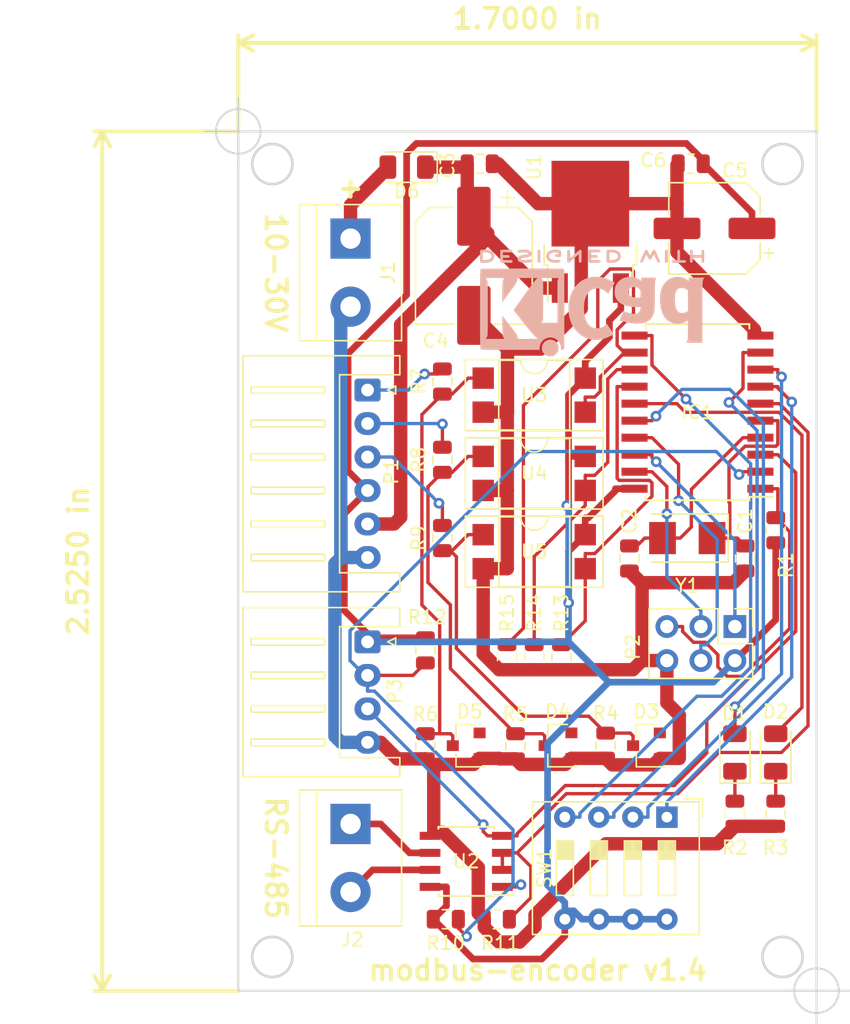
<source format=kicad_pcb>
(kicad_pcb (version 20171130) (host pcbnew 5.1.4+dfsg1-1~bpo10+1)
  (layers (0 F.Cu signal) (31 B.Cu signal) (34 B.Paste user) (35 F.Paste user) (36 B.SilkS user) (37 F.SilkS user) (38 B.Mask user) (39 F.Mask user) (44 Edge.Cuts user))
  (net 0 "")
  (net 1 +24V)
  (net 2 GND)
  (net 3 /PHASEB)
  (net 4 /PHASEZ)
  (net 5 "Net-(P1-Pad3)")
  (net 6 "Net-(P1-Pad2)")
  (net 7 /PHASEA)
  (net 8 "Net-(P1-Pad1)")
  (net 9 /RST)
  (net 10 +5V)
  (net 11 "Net-(D1-Pad1)")
  (net 12 "Net-(D2-Pad1)")
  (net 13 "Net-(C1-Pad1)")
  (net 14 "Net-(C2-Pad1)")
  (net 15 /MISO)
  (net 16 /SCK)
  (net 17 /MOSI)
  (net 18 /RX)
  (net 19 /TX)
  (net 20 /LED1)
  (net 21 /LED2)
  (net 22 "Net-(D6-Pad2)")
  (net 23 "Net-(J2-Pad1)")
  (net 24 "Net-(J2-Pad2)")
  (net 25 /RDE)
  (net 26 /A0)
  (net 27 /A1)
  (net 28 /A2)
  (net 29 /A3)
  (net 30 "Net-(D3-Pad1)")
  (net 31 "Net-(D4-Pad1)")
  (net 32 "Net-(D5-Pad1)")
  (module Capacitor_SMD:CP_Elec_8x10.5 (layer F.Cu) (at 109.03 63.373 270)
    (fp_text reference C4 (at 5.588 2.858) (layer F.SilkS))
    (fp_text value 100uF)
    (pad 2 smd roundrect (at 3.7 0 270) (size 4.4 2.5) (layers F.Cu F.Paste F.Mask) (roundrect_rratio 0.1) (net 2 GND))
    (pad 1 smd roundrect (at -3.7 0 270) (size 4.4 2.5) (layers F.Cu F.Paste F.Mask) (roundrect_rratio 0.1) (net 1 +24V))
  )
  (module Crystal:Crystal_SMD_5032-2Pin_5.0x3.2mm (layer F.Cu) (at 124.968 83.693 180)
    (fp_text reference Y1 (at 0 -3.55) (layer F.SilkS))
    (fp_text value 16MHz)
    (pad 2 smd rect (at 1.85 0 180) (size 2 2.4) (layers F.Cu F.Paste F.Mask) (net 14 "Net-(C2-Pad1)"))
    (pad 1 smd rect (at -1.85 0 180) (size 2 2.4) (layers F.Cu F.Paste F.Mask) (net 13 "Net-(C1-Pad1)"))
  )
  (module Resistor_SMD:R_0805_2012Metric (layer F.Cu) (at 113.538 92.583 270)
    (fp_text reference R14 (at -3.302 0 270) (layer F.SilkS))
    (fp_text value 4K7)
    (pad 2 smd roundrect (at 0.9375 0 270) (size 0.975 1.4) (layers F.Cu F.Paste F.Mask) (net 2 GND))
    (pad 1 smd roundrect (at -0.9375 0 270) (size 0.975 1.4) (layers F.Cu F.Paste F.Mask) (net 3 /PHASEB))
  )
  (module Resistor_SMD:R_0805_2012Metric (layer F.Cu) (at 111.506 92.583 270)
    (fp_text reference R15 (at -3.302 0 270) (layer F.SilkS))
    (fp_text value 4K7)
    (pad 2 smd roundrect (at 0.9375 0 270) (size 0.975 1.4) (layers F.Cu F.Paste F.Mask) (net 2 GND))
    (pad 1 smd roundrect (at -0.9375 0 270) (size 0.975 1.4) (layers F.Cu F.Paste F.Mask) (net 7 /PHASEA))
  )
  (module Resistor_SMD:R_0805_2012Metric (layer F.Cu) (at 115.57 92.583 270)
    (fp_text reference R13 (at -3.302 0 270) (layer F.SilkS))
    (fp_text value 4K7)
    (pad 2 smd roundrect (at 0.9375 0 270) (size 0.975 1.4) (layers F.Cu F.Paste F.Mask) (net 2 GND))
    (pad 1 smd roundrect (at -0.9375 0 270) (size 0.975 1.4) (layers F.Cu F.Paste F.Mask) (net 4 /PHASEZ))
  )
  (module Package_DIP:DIP-4_W7.62mm_SMDSocket_SmallPads (layer F.Cu) (at 113.538 84.709)
    (fp_text reference U5 (at 0 0) (layer F.SilkS))
    (fp_text value PC817)
    (pad 4 smd rect (at 3.81 -1.27) (size 1.6 1.6) (layers F.Cu F.Paste F.Mask) (net 10 +5V))
    (pad 2 smd rect (at -3.81 1.27) (size 1.6 1.6) (layers F.Cu F.Paste F.Mask) (net 2 GND))
    (pad 3 smd rect (at 3.81 1.27) (size 1.6 1.6) (layers F.Cu F.Paste F.Mask) (net 4 /PHASEZ))
    (pad 1 smd rect (at -3.81 -1.27) (size 1.6 1.6) (layers F.Cu F.Paste F.Mask) (net 30 "Net-(D3-Pad1)"))
  )
  (module Package_DIP:DIP-4_W7.62mm_SMDSocket_SmallPads (layer F.Cu) (at 113.538 78.867)
    (fp_text reference U4 (at 0 0) (layer F.SilkS))
    (fp_text value PC817)
    (pad 4 smd rect (at 3.81 -1.27) (size 1.6 1.6) (layers F.Cu F.Paste F.Mask) (net 10 +5V))
    (pad 2 smd rect (at -3.81 1.27) (size 1.6 1.6) (layers F.Cu F.Paste F.Mask) (net 2 GND))
    (pad 3 smd rect (at 3.81 1.27) (size 1.6 1.6) (layers F.Cu F.Paste F.Mask) (net 3 /PHASEB))
    (pad 1 smd rect (at -3.81 -1.27) (size 1.6 1.6) (layers F.Cu F.Paste F.Mask) (net 31 "Net-(D4-Pad1)"))
  )
  (module Package_DIP:DIP-4_W7.62mm_SMDSocket_SmallPads (layer F.Cu) (at 113.538 73.025)
    (fp_text reference U3 (at 0 0) (layer F.SilkS))
    (fp_text value PC817)
    (pad 4 smd rect (at 3.81 -1.27) (size 1.6 1.6) (layers F.Cu F.Paste F.Mask) (net 10 +5V))
    (pad 2 smd rect (at -3.81 1.27) (size 1.6 1.6) (layers F.Cu F.Paste F.Mask) (net 2 GND))
    (pad 3 smd rect (at 3.81 1.27) (size 1.6 1.6) (layers F.Cu F.Paste F.Mask) (net 7 /PHASEA))
    (pad 1 smd rect (at -3.81 -1.27) (size 1.6 1.6) (layers F.Cu F.Paste F.Mask) (net 32 "Net-(D5-Pad1)"))
  )
  (module Capacitor_SMD:CP_Elec_6.3x5.3 (layer F.Cu) (at 127 60.579 180)
    (fp_text reference C5 (at -1.524 4.318) (layer F.SilkS))
    (fp_text value 100uF)
    (pad 2 smd roundrect (at 2.8 0 180) (size 3.5 1.6) (layers F.Cu F.Paste F.Mask) (roundrect_rratio 0.15625) (net 2 GND))
    (pad 1 smd roundrect (at -2.8 0 180) (size 3.5 1.6) (layers F.Cu F.Paste F.Mask) (roundrect_rratio 0.15625) (net 10 +5V))
  )
  (module LED_SMD:LED_1206_3216Metric (layer F.Cu) (at 131.572 99.695 90)
    (fp_text reference D2 (at 3.048 0 180) (layer F.SilkS))
    (fp_text value LED_YEL)
    (pad 2 smd roundrect (at 1.4 0 90) (size 1.25 1.75) (layers F.Cu F.Paste F.Mask) (roundrect_rratio 0.2) (net 20 /LED1))
    (pad 1 smd roundrect (at -1.4 0 90) (size 1.25 1.75) (layers F.Cu F.Paste F.Mask) (roundrect_rratio 0.2) (net 12 "Net-(D2-Pad1)"))
  )
  (module LED_SMD:LED_1206_3216Metric (layer F.Cu) (at 128.524 99.695 90)
    (fp_text reference D1 (at 2.924 0 180) (layer F.SilkS))
    (fp_text value LED_RED)
    (pad 2 smd roundrect (at 1.4 0 90) (size 1.25 1.75) (layers F.Cu F.Paste F.Mask) (roundrect_rratio 0.2) (net 21 /LED2))
    (pad 1 smd roundrect (at -1.4 0 90) (size 1.25 1.75) (layers F.Cu F.Paste F.Mask) (roundrect_rratio 0.2) (net 11 "Net-(D1-Pad1)"))
  )
  (module Diode_SMD:D_SOT-23_ANK (layer F.Cu) (at 108.458 99.187 180)
    (fp_text reference D5 (at -0.254 2.54) (layer F.SilkS))
    (fp_text value BZX84C5 hide)
    (pad 1 smd rect (at 1 0 180) (size 0.9 0.8) (layers F.Cu F.Paste F.Mask) (net 32 "Net-(D5-Pad1)"))
    (pad "" smd rect (at -1 0.95 180) (size 0.9 0.8) (layers F.Cu F.Paste F.Mask))
    (pad 2 smd rect (at -1 -0.95 180) (size 0.9 0.8) (layers F.Cu F.Paste F.Mask) (net 2 GND))
  )
  (module Diode_SMD:D_SOT-23_ANK (layer F.Cu) (at 115.316 99.184 180)
    (fp_text reference D4 (at 0 2.537001) (layer F.SilkS))
    (fp_text value BZX84C5 hide)
    (pad 1 smd rect (at 1 0 180) (size 0.9 0.8) (layers F.Cu F.Paste F.Mask) (net 31 "Net-(D4-Pad1)"))
    (pad "" smd rect (at -1 0.95 180) (size 0.9 0.8) (layers F.Cu F.Paste F.Mask))
    (pad 2 smd rect (at -1 -0.95 180) (size 0.9 0.8) (layers F.Cu F.Paste F.Mask) (net 2 GND))
  )
  (module Diode_SMD:D_SOT-23_ANK (layer F.Cu) (at 121.92 99.187 180)
    (fp_text reference D3 (at 0 2.54) (layer F.SilkS))
    (fp_text value BZX84C5 hide)
    (pad 1 smd rect (at 1 0 180) (size 0.9 0.8) (layers F.Cu F.Paste F.Mask) (net 30 "Net-(D3-Pad1)"))
    (pad "" smd rect (at -1 0.95 180) (size 0.9 0.8) (layers F.Cu F.Paste F.Mask))
    (pad 2 smd rect (at -1 -0.95 180) (size 0.9 0.8) (layers F.Cu F.Paste F.Mask) (net 2 GND))
  )
  (module Resistor_SMD:R_0805_2012Metric (layer F.Cu) (at 105.41 92.075 90)
    (fp_text reference R12 (at 2.4765 0.127 180) (layer F.SilkS))
    (fp_text value 10K)
    (pad 1 smd roundrect (at -0.9375 0 90) (size 0.975 1.4) (layers F.Cu F.Paste F.Mask) (net 18 /RX))
    (pad 2 smd roundrect (at 0.9375 0 90) (size 0.975 1.4) (layers F.Cu F.Paste F.Mask) (net 10 +5V))
  )
  (module Capacitor_SMD:C_0805_2012Metric (layer F.Cu) (at 125.222 55.753 180)
    (fp_text reference C6 (at 2.794 0.254 180) (layer F.SilkS))
    (fp_text value 0,1uF)
    (pad 1 smd roundrect (at -0.9375 0 180) (size 0.975 1.4) (layers F.Cu F.Paste F.Mask) (net 10 +5V))
    (pad 2 smd roundrect (at 0.9375 0 180) (size 0.975 1.4) (layers F.Cu F.Paste F.Mask) (net 2 GND))
  )
  (module Button_Switch_THT:SW_DIP_SPSTx04_Slide_9.78x12.34mm_W7.62mm_P2.54mm (layer F.Cu) (at 123.444 104.521 270)
    (fp_text reference SW1 (at 3.81 9.144 270) (layer F.SilkS))
    (fp_text value ADDRESS_SW hide)
    (pad 1 thru_hole rect (at 0 0 270) (size 1.6 1.6) (drill 0.8) (layers *.Cu *.Mask) (net 26 /A0))
    (pad 5 thru_hole oval (at 7.62 7.62 270) (size 1.6 1.6) (drill 0.8) (layers *.Cu *.Mask) (net 10 +5V))
    (pad 2 thru_hole oval (at 0 2.54 270) (size 1.6 1.6) (drill 0.8) (layers *.Cu *.Mask) (net 27 /A1))
    (pad 6 thru_hole oval (at 7.62 5.08 270) (size 1.6 1.6) (drill 0.8) (layers *.Cu *.Mask) (net 10 +5V))
    (pad 3 thru_hole oval (at 0 5.08 270) (size 1.6 1.6) (drill 0.8) (layers *.Cu *.Mask) (net 28 /A2))
    (pad 7 thru_hole oval (at 7.62 2.54 270) (size 1.6 1.6) (drill 0.8) (layers *.Cu *.Mask) (net 10 +5V))
    (pad 4 thru_hole oval (at 0 7.62 270) (size 1.6 1.6) (drill 0.8) (layers *.Cu *.Mask) (net 29 /A3))
    (pad 8 thru_hole oval (at 7.62 0 270) (size 1.6 1.6) (drill 0.8) (layers *.Cu *.Mask) (net 10 +5V))
  )
  (module Diode_SMD:D_1206_3216Metric (layer F.Cu) (at 104.01 56.007 180)
    (fp_text reference D6 (at 0 -1.82 180) (layer F.SilkS))
    (fp_text value D)
    (pad 1 smd roundrect (at -1.4 0 180) (size 1.25 1.75) (layers F.Cu F.Paste F.Mask) (roundrect_rratio 0.2) (net 1 +24V))
    (pad 2 smd roundrect (at 1.4 0 180) (size 1.25 1.75) (layers F.Cu F.Paste F.Mask) (roundrect_rratio 0.2) (net 22 "Net-(D6-Pad2)"))
  )
  (module Package_SO:SOIC-8_3.9x4.9mm_P1.27mm (layer F.Cu) (at 108.458 107.823 180)
    (fp_text reference U2 (at 0 0) (layer F.SilkS))
    (fp_text value MAX483E)
    (pad 1 smd rect (at -2.7 -1.905 180) (size 1.55 0.6) (layers F.Cu F.Paste F.Mask) (net 18 /RX))
    (pad 2 smd rect (at -2.7 -0.635 180) (size 1.55 0.6) (layers F.Cu F.Paste F.Mask) (net 25 /RDE))
    (pad 3 smd rect (at -2.7 0.635 180) (size 1.55 0.6) (layers F.Cu F.Paste F.Mask) (net 25 /RDE))
    (pad 4 smd rect (at -2.7 1.905 180) (size 1.55 0.6) (layers F.Cu F.Paste F.Mask) (net 19 /TX))
    (pad 5 smd rect (at 2.7 1.905 180) (size 1.55 0.6) (layers F.Cu F.Paste F.Mask) (net 2 GND))
    (pad 6 smd rect (at 2.7 0.635 180) (size 1.55 0.6) (layers F.Cu F.Paste F.Mask) (net 23 "Net-(J2-Pad1)"))
    (pad 7 smd rect (at 2.7 -0.635 180) (size 1.55 0.6) (layers F.Cu F.Paste F.Mask) (net 24 "Net-(J2-Pad2)"))
    (pad 8 smd rect (at 2.7 -1.905 180) (size 1.55 0.6) (layers F.Cu F.Paste F.Mask) (net 10 +5V))
  )
  (module Resistor_SMD:R_0805_2012Metric (layer F.Cu) (at 106.934 112.141)
    (fp_text reference R10 (at 0 1.778) (layer F.SilkS))
    (fp_text value 10K hide)
    (pad 2 smd roundrect (at 0.9375 0) (size 0.975 1.4) (layers F.Cu F.Paste F.Mask) (net 18 /RX))
    (pad 1 smd roundrect (at -0.9375 0) (size 0.975 1.4) (layers F.Cu F.Paste F.Mask) (net 10 +5V))
  )
  (module Resistor_SMD:R_0805_2012Metric (layer F.Cu) (at 110.744 112.141 180)
    (fp_text reference R11 (at -0.254 -1.778 180) (layer F.SilkS))
    (fp_text value 10K hide)
    (pad 1 smd roundrect (at -0.9375 0 180) (size 0.975 1.4) (layers F.Cu F.Paste F.Mask) (net 25 /RDE))
    (pad 2 smd roundrect (at 0.9375 0 180) (size 0.975 1.4) (layers F.Cu F.Paste F.Mask) (net 2 GND))
  )
  (module TerminalBlock:TerminalBlock_bornier-2_P5.08mm (layer F.Cu) (at 99.822 105.029 270)
    (fp_text reference J2 (at 8.636 -0.127) (layer F.SilkS))
    (fp_text value Screw_Terminal_01x02 hide)
    (pad 1 thru_hole rect (at 0 0 270) (size 3 3) (drill 1.52) (layers *.Cu *.Mask) (net 23 "Net-(J2-Pad1)"))
    (pad 2 thru_hole circle (at 5.08 0 270) (size 3 3) (drill 1.52) (layers *.Cu *.Mask) (net 24 "Net-(J2-Pad2)"))
  )
  (module Package_SO:SOIC-20W_7.5x12.8mm_P1.27mm (layer F.Cu) (at 125.73 74.295 180)
    (fp_text reference IC1 (at 0 0 180) (layer F.SilkS))
    (fp_text value ATTINY2313-S)
    (pad 1 smd rect (at -4.7 -5.715 180) (size 1.95 0.6) (layers F.Cu F.Paste F.Mask) (net 9 /RST))
    (pad 2 smd rect (at -4.7 -4.445 180) (size 1.95 0.6) (layers F.Cu F.Paste F.Mask) (net 18 /RX))
    (pad 3 smd rect (at -4.7 -3.175 180) (size 1.95 0.6) (layers F.Cu F.Paste F.Mask) (net 19 /TX))
    (pad 4 smd rect (at -4.7 -1.905 180) (size 1.95 0.6) (layers F.Cu F.Paste F.Mask) (net 14 "Net-(C2-Pad1)"))
    (pad 5 smd rect (at -4.7 -0.635 180) (size 1.95 0.6) (layers F.Cu F.Paste F.Mask) (net 13 "Net-(C1-Pad1)"))
    (pad 6 smd rect (at -4.7 0.635 180) (size 1.95 0.6) (layers F.Cu F.Paste F.Mask) (net 25 /RDE))
    (pad 7 smd rect (at -4.7 1.905 180) (size 1.95 0.6) (layers F.Cu F.Paste F.Mask) (net 26 /A0))
    (pad 8 smd rect (at -4.7 3.175 180) (size 1.95 0.6) (layers F.Cu F.Paste F.Mask) (net 27 /A1))
    (pad 9 smd rect (at -4.7 4.445 180) (size 1.95 0.6) (layers F.Cu F.Paste F.Mask) (net 28 /A2))
    (pad 10 smd rect (at -4.7 5.715 180) (size 1.95 0.6) (layers F.Cu F.Paste F.Mask) (net 2 GND))
    (pad 11 smd rect (at 4.7 5.715 180) (size 1.95 0.6) (layers F.Cu F.Paste F.Mask) (net 29 /A3))
    (pad 12 smd rect (at 4.7 4.445 180) (size 1.95 0.6) (layers F.Cu F.Paste F.Mask) (net 7 /PHASEA))
    (pad 13 smd rect (at 4.7 3.175 180) (size 1.95 0.6) (layers F.Cu F.Paste F.Mask) (net 3 /PHASEB))
    (pad 14 smd rect (at 4.7 1.905 180) (size 1.95 0.6) (layers F.Cu F.Paste F.Mask) (net 4 /PHASEZ))
    (pad 15 smd rect (at 4.7 0.635 180) (size 1.95 0.6) (layers F.Cu F.Paste F.Mask) (net 20 /LED1))
    (pad 16 smd rect (at 4.7 -0.635 180) (size 1.95 0.6) (layers F.Cu F.Paste F.Mask) (net 21 /LED2))
    (pad 17 smd rect (at 4.7 -1.905 180) (size 1.95 0.6) (layers F.Cu F.Paste F.Mask) (net 17 /MOSI))
    (pad 18 smd rect (at 4.7 -3.175 180) (size 1.95 0.6) (layers F.Cu F.Paste F.Mask) (net 15 /MISO))
    (pad 19 smd rect (at 4.7 -4.445 180) (size 1.95 0.6) (layers F.Cu F.Paste F.Mask) (net 16 /SCK))
    (pad 20 smd rect (at 4.7 -5.715 180) (size 1.95 0.6) (layers F.Cu F.Paste F.Mask) (net 10 +5V))
  )
  (module Resistor_SMD:R_0805_2012Metric (layer F.Cu) (at 118.872 99.187 270)
    (fp_text reference R4 (at -2.413 0) (layer F.SilkS))
    (fp_text value 4K7)
    (pad 1 smd roundrect (at -0.9375 0 270) (size 0.975 1.4) (layers F.Cu F.Paste F.Mask) (net 30 "Net-(D3-Pad1)"))
    (pad 2 smd roundrect (at 0.9375 0 270) (size 0.975 1.4) (layers F.Cu F.Paste F.Mask) (net 2 GND))
  )
  (module Connector_JST:JST_XH_S4B-XH-A_1x04_P2.50mm_Horizontal (layer F.Cu) (at 101.092 91.44 270)
    (fp_text reference P3 (at 3.683 -2.032 270) (layer F.SilkS))
    (fp_text value CONN_01X04 hide)
    (pad 1 thru_hole roundrect (at 0 0 270) (size 1.7 1.95) (drill 0.95) (layers *.Cu *.Mask) (roundrect_rratio 0.147059) (net 10 +5V))
    (pad 2 thru_hole oval (at 2.5 0 270) (size 1.7 1.95) (drill 0.95) (layers *.Cu *.Mask) (net 18 /RX))
    (pad 3 thru_hole oval (at 5 0 270) (size 1.7 1.95) (drill 0.95) (layers *.Cu *.Mask) (net 19 /TX))
    (pad 4 thru_hole oval (at 7.5 0 270) (size 1.7 1.95) (drill 0.95) (layers *.Cu *.Mask) (net 2 GND))
  )
  (module Capacitor_SMD:C_0805_2012Metric (layer F.Cu) (at 120.65 85.217 270)
    (fp_text reference C2 (at -2.794 0 90) (layer F.SilkS))
    (fp_text value 22pF)
    (pad 1 smd roundrect (at -0.9375 0 270) (size 0.975 1.4) (layers F.Cu F.Paste F.Mask) (net 14 "Net-(C2-Pad1)"))
    (pad 2 smd roundrect (at 0.9375 0 270) (size 0.975 1.4) (layers F.Cu F.Paste F.Mask) (net 2 GND))
  )
  (module Capacitor_SMD:C_0805_2012Metric (layer F.Cu) (at 109.474 55.753)
    (fp_text reference C3 (at -2.413 0.127 -270) (layer F.SilkS))
    (fp_text value 0.1uF)
    (pad 2 smd roundrect (at 0.9375 0) (size 0.975 1.4) (layers F.Cu F.Paste F.Mask) (net 2 GND))
    (pad 1 smd roundrect (at -0.9375 0) (size 0.975 1.4) (layers F.Cu F.Paste F.Mask) (net 1 +24V))
  )
  (module Capacitor_SMD:C_0805_2012Metric (layer F.Cu) (at 129.286 85.217 270)
    (fp_text reference C1 (at -2.794 0 270) (layer F.SilkS))
    (fp_text value 22pF)
    (pad 1 smd roundrect (at -0.9375 0 270) (size 0.975 1.4) (layers F.Cu F.Paste F.Mask) (net 13 "Net-(C1-Pad1)"))
    (pad 2 smd roundrect (at 0.9375 0 270) (size 0.975 1.4) (layers F.Cu F.Paste F.Mask) (net 2 GND))
  )
  (module Connector_JST:JST_XH_S6B-XH-A_1x06_P2.50mm_Horizontal (layer F.Cu) (at 101.092 72.644 270)
    (fp_text reference P1 (at 6.096 -1.778 270) (layer F.SilkS))
    (fp_text value CONN_01X06 hide)
    (pad 1 thru_hole roundrect (at 0 0 270) (size 1.7 1.95) (drill 0.95) (layers *.Cu *.Mask) (roundrect_rratio 0.147059) (net 8 "Net-(P1-Pad1)"))
    (pad 2 thru_hole oval (at 2.5 0 270) (size 1.7 1.95) (drill 0.95) (layers *.Cu *.Mask) (net 6 "Net-(P1-Pad2)"))
    (pad 3 thru_hole oval (at 5 0 270) (size 1.7 1.95) (drill 0.95) (layers *.Cu *.Mask) (net 5 "Net-(P1-Pad3)"))
    (pad 4 thru_hole oval (at 7.5 0 270) (size 1.7 1.95) (drill 0.95) (layers *.Cu *.Mask) (net 10 +5V))
    (pad 5 thru_hole oval (at 10 0 270) (size 1.7 1.95) (drill 0.95) (layers *.Cu *.Mask) (net 1 +24V))
    (pad 6 thru_hole oval (at 12.5 0 270) (size 1.7 1.95) (drill 0.95) (layers *.Cu *.Mask) (net 2 GND))
  )
  (module Connector_PinHeader_2.54mm:PinHeader_2x03_P2.54mm_Vertical (layer F.Cu) (at 128.524 90.297 270)
    (fp_text reference P2 (at 1.524 7.62 90) (layer F.SilkS))
    (fp_text value CONN_02X03)
    (pad 1 thru_hole rect (at 0 0 270) (size 1.7 1.7) (drill 1) (layers *.Cu *.Mask) (net 15 /MISO))
    (pad 2 thru_hole oval (at 2.54 0 270) (size 1.7 1.7) (drill 1) (layers *.Cu *.Mask) (net 10 +5V))
    (pad 3 thru_hole oval (at 0 2.54 270) (size 1.7 1.7) (drill 1) (layers *.Cu *.Mask) (net 16 /SCK))
    (pad 4 thru_hole oval (at 2.54 2.54 270) (size 1.7 1.7) (drill 1) (layers *.Cu *.Mask) (net 17 /MOSI))
    (pad 5 thru_hole oval (at 0 5.08 270) (size 1.7 1.7) (drill 1) (layers *.Cu *.Mask) (net 9 /RST))
    (pad 6 thru_hole oval (at 2.54 5.08 270) (size 1.7 1.7) (drill 1) (layers *.Cu *.Mask) (net 2 GND))
  )
  (module Package_TO_SOT_SMD:TO-252-2 (layer F.Cu) (at 117.729 60.833 90)
    (fp_text reference U1 (at 4.826 -4.191 90) (layer F.SilkS))
    (fp_text value L7805)
    (pad 1 smd rect (at -4.2 -2.28 90) (size 2.2 1.2) (layers F.Cu F.Paste F.Mask) (net 1 +24V))
    (pad 3 smd rect (at -4.2 2.28 90) (size 2.2 1.2) (layers F.Cu F.Paste F.Mask) (net 10 +5V))
    (pad 2 smd rect (at 2.1 0 90) (size 6.4 5.8) (layers F.Cu F.Mask) (net 2 GND))
  )
  (module Resistor_SMD:R_0805_2012Metric (layer F.Cu) (at 131.572 104.267 270)
    (fp_text reference R3 (at 2.54 0) (layer F.SilkS))
    (fp_text value 1K)
    (pad 2 smd roundrect (at 0.9375 0 270) (size 0.975 1.4) (layers F.Cu F.Paste F.Mask) (net 2 GND))
    (pad 1 smd roundrect (at -0.9375 0 270) (size 0.975 1.4) (layers F.Cu F.Paste F.Mask) (net 12 "Net-(D2-Pad1)"))
  )
  (module Resistor_SMD:R_0805_2012Metric (layer F.Cu) (at 128.524 104.267 270)
    (fp_text reference R2 (at 2.54 0) (layer F.SilkS))
    (fp_text value 1K)
    (pad 1 smd roundrect (at -0.9375 0 270) (size 0.975 1.4) (layers F.Cu F.Paste F.Mask) (net 11 "Net-(D1-Pad1)"))
    (pad 2 smd roundrect (at 0.9375 0 270) (size 0.975 1.4) (layers F.Cu F.Paste F.Mask) (net 2 GND))
  )
  (module Resistor_SMD:R_0805_2012Metric (layer F.Cu) (at 131.572 83.1065 90)
    (fp_text reference R1 (at -2.6185 0.762 270) (layer F.SilkS))
    (fp_text value 10K)
    (pad 2 smd roundrect (at 0.9375 0 90) (size 0.975 1.4) (layers F.Cu F.Paste F.Mask) (net 9 /RST))
    (pad 1 smd roundrect (at -0.9375 0 90) (size 0.975 1.4) (layers F.Cu F.Paste F.Mask) (net 10 +5V))
  )
  (module Resistor_SMD:R_0805_2012Metric (layer F.Cu) (at 105.41 99.2355 270)
    (fp_text reference R6 (at -2.413 0 180) (layer F.SilkS))
    (fp_text value 4K7)
    (pad 1 smd roundrect (at -0.9375 0 270) (size 0.975 1.4) (layers F.Cu F.Paste F.Mask) (net 32 "Net-(D5-Pad1)"))
    (pad 2 smd roundrect (at 0.9375 0 270) (size 0.975 1.4) (layers F.Cu F.Paste F.Mask) (net 2 GND))
  )
  (module Resistor_SMD:R_0805_2012Metric (layer F.Cu) (at 106.68 72.009 270)
    (fp_text reference R7 (at 0 1.778 90) (layer F.SilkS))
    (fp_text value 4K7)
    (pad 2 smd roundrect (at 0.9375 0 270) (size 0.975 1.4) (layers F.Cu F.Paste F.Mask) (net 32 "Net-(D5-Pad1)"))
    (pad 1 smd roundrect (at -0.9375 0 270) (size 0.975 1.4) (layers F.Cu F.Paste F.Mask) (net 8 "Net-(P1-Pad1)"))
  )
  (module Resistor_SMD:R_0805_2012Metric (layer F.Cu) (at 106.68 77.851 270)
    (fp_text reference R8 (at 0 1.778 90) (layer F.SilkS))
    (fp_text value 4K7)
    (pad 1 smd roundrect (at -0.9375 0 270) (size 0.975 1.4) (layers F.Cu F.Paste F.Mask) (net 6 "Net-(P1-Pad2)"))
    (pad 2 smd roundrect (at 0.9375 0 270) (size 0.975 1.4) (layers F.Cu F.Paste F.Mask) (net 31 "Net-(D4-Pad1)"))
  )
  (module Resistor_SMD:R_0805_2012Metric (layer F.Cu) (at 106.68 83.693 270)
    (fp_text reference R9 (at 0 1.778 90) (layer F.SilkS))
    (fp_text value 4K7)
    (pad 2 smd roundrect (at 0.9375 0 270) (size 0.975 1.4) (layers F.Cu F.Paste F.Mask) (net 30 "Net-(D3-Pad1)"))
    (pad 1 smd roundrect (at -0.9375 0 270) (size 0.975 1.4) (layers F.Cu F.Paste F.Mask) (net 5 "Net-(P1-Pad3)"))
  )
  (module Resistor_SMD:R_0805_2012Metric (layer F.Cu) (at 112.141 99.2355 270)
    (fp_text reference R5 (at -2.413 0) (layer F.SilkS))
    (fp_text value 4K7)
    (pad 1 smd roundrect (at -0.9375 0 270) (size 0.975 1.4) (layers F.Cu F.Paste F.Mask) (net 31 "Net-(D4-Pad1)"))
    (pad 2 smd roundrect (at 0.9375 0 270) (size 0.975 1.4) (layers F.Cu F.Paste F.Mask) (net 2 GND))
  )
  (module TerminalBlock:TerminalBlock_bornier-2_P5.08mm (layer F.Cu) (at 99.822 61.341 270)
    (fp_text reference J1 (at 2.54 -2.794 90) (layer F.SilkS))
    (fp_text value Screw_Terminal_1x02 hide)
    (pad 1 thru_hole rect (at 0 0 270) (size 3 3) (drill 1.52) (layers *.Cu *.Mask) (net 22 "Net-(D6-Pad2)"))
    (pad 2 thru_hole circle (at 5.08 0 270) (size 3 3) (drill 1.52) (layers *.Cu *.Mask) (net 2 GND))
  )
  (module Symbol:KiCad-Logo2_8mm_SilkScreen (layer B.Cu) (at 117.856 66.167)
    (fp_text reference REF** hide)
    (fp_text value KiCad-Logo2_8mm_SilkScreen hide)
  )
  (gr_text + (at 99.822 57.531) (layer F.SilkS) (effects (font (size 1.5 1.5) (thickness 0.3))))
  (gr_text "modbus-encoder v1.4\n" (at 113.792 115.951) (layer F.SilkS) (effects (font (size 1.5 1.5) (thickness 0.3))))
  (gr_text "RS-485\n" (at 94.234 107.569 270) (layer F.SilkS) (effects (font (size 1.5 1.5) (thickness 0.3))))
  (gr_text 10-30V (at 94.234 63.881 270) (layer F.SilkS) (effects (font (size 1.5 1.5) (thickness 0.3))))
  (target plus (at 91.44 53.34) (size 5) (width 0.15) (layer Edge.Cuts))
  (target plus (at 134.62 117.475) (size 5) (width 0.15) (layer Edge.Cuts))
  (gr_circle (center 132.08 114.959) (end 133.58 114.959) (layer Edge.Cuts) (width 0.2))
  (gr_circle (center 93.98 114.959) (end 95.48 114.959) (layer Edge.Cuts) (width 0.2))
  (gr_circle (center 132.08 55.777) (end 133.58 55.777) (layer Edge.Cuts) (width 0.2))
  (gr_circle (center 93.98 55.777) (end 95.48 55.777) (layer Edge.Cuts) (width 0.2))
  (gr_line (start 91.44 117.475) (end 91.44 53.34) (layer Edge.Cuts) (width 0.15))
  (gr_line (start 134.62 117.475) (end 91.44 117.475) (layer Edge.Cuts) (width 0.15))
  (gr_line (start 134.62 53.34) (end 134.62 117.475) (layer Edge.Cuts) (width 0.15))
  (gr_line (start 91.44 53.34) (end 134.62 53.34) (layer Edge.Cuts) (width 0.15))
  (dimension 43.18 (width 0.3) (layer F.SilkS) (gr_text "43,180 мм" (at 113.03 44.636) (layer F.SilkS) (effects (font (size 1.5 1.5) (thickness 0.3)))) (feature1 (pts (xy 134.62 53.34) (xy 134.62 46.149579))) (feature2 (pts (xy 91.44 53.34) (xy 91.44 46.149579))) (crossbar (pts (xy 91.44 46.736) (xy 134.62 46.736))) (arrow1a (pts (xy 134.62 46.736) (xy 133.493496 47.322421))) (arrow1b (pts (xy 134.62 46.736) (xy 133.493496 46.149579))) (arrow2a (pts (xy 91.44 46.736) (xy 92.566504 47.322421))) (arrow2b (pts (xy 91.44 46.736) (xy 92.566504 46.149579))))
  (dimension 64.135 (width 0.3) (layer F.SilkS) (gr_text "64,135 мм" (at 79.18 85.4075 90) (layer F.SilkS) (effects (font (size 1.5 1.5) (thickness 0.3)))) (feature1 (pts (xy 91.44 53.34) (xy 80.693579 53.34))) (feature2 (pts (xy 91.44 117.475) (xy 80.693579 117.475))) (crossbar (pts (xy 81.28 117.475) (xy 81.28 53.34))) (arrow1a (pts (xy 81.28 53.34) (xy 81.866421 54.466504))) (arrow1b (pts (xy 81.28 53.34) (xy 80.693579 54.466504))) (arrow2a (pts (xy 81.28 117.475) (xy 81.866421 116.348496))) (arrow2b (pts (xy 81.28 117.475) (xy 80.693579 116.348496))))
  (segment (start 110.0697 61.2539) (end 103.5652 67.7584) (width 1) (layer F.Cu) (net 1))
  (segment (start 103.5652 67.7584) (end 103.5652 81.9712) (width 1) (layer F.Cu) (net 1))
  (segment (start 103.5652 81.9712) (end 103.5634 81.973) (width 1) (layer F.Cu) (net 1))
  (segment (start 103.5634 81.973) (end 103.5634 82.1479) (width 1) (layer F.Cu) (net 1))
  (segment (start 103.5634 82.1479) (end 103.0673 82.644) (width 1) (layer F.Cu) (net 1))
  (segment (start 108.5365 56.007) (end 108.5365 55.753) (width 1) (layer F.Cu) (net 1))
  (segment (start 109.03 59.673) (end 108.5365 59.1795) (width 1) (layer F.Cu) (net 1))
  (segment (start 108.5365 59.1795) (end 108.5365 56.007) (width 1) (layer F.Cu) (net 1))
  (segment (start 105.41 56.007) (end 108.5365 56.007) (width 1) (layer F.Cu) (net 1))
  (segment (start 109.03 59.673) (end 109.03 59.9108) (width 1) (layer F.Cu) (net 1))
  (segment (start 109.03 59.9108) (end 110.0697 60.9505) (width 1) (layer F.Cu) (net 1))
  (segment (start 110.0697 60.9505) (end 110.0697 61.2539) (width 1) (layer F.Cu) (net 1))
  (segment (start 113.8487 65.033) (end 110.0697 61.2539) (width 1) (layer F.Cu) (net 1))
  (segment (start 115.449 65.033) (end 113.8487 65.033) (width 1) (layer F.Cu) (net 1))
  (segment (start 101.092 82.644) (end 103.0673 82.644) (width 1) (layer F.Cu) (net 1))
  (segment (start 116.316 100.134) (end 118.8625 100.134) (width 1) (layer F.Cu) (net 2))
  (segment (start 118.8625 100.134) (end 118.872 100.1245) (width 1) (layer F.Cu) (net 2))
  (segment (start 112.141 100.173) (end 112.5524 100.5844) (width 1) (layer F.Cu) (net 2))
  (segment (start 112.5524 100.5844) (end 115.8656 100.5844) (width 1) (layer F.Cu) (net 2))
  (segment (start 115.8656 100.5844) (end 116.316 100.134) (width 1) (layer F.Cu) (net 2))
  (segment (start 118.872 100.1245) (end 119.3669 100.6194) (width 1) (layer F.Cu) (net 2))
  (segment (start 119.3669 100.6194) (end 122.4376 100.6194) (width 1) (layer F.Cu) (net 2))
  (segment (start 122.4376 100.6194) (end 122.92 100.137) (width 1) (layer F.Cu) (net 2))
  (segment (start 111.5397 69.5827) (end 109.03 67.073) (width 1) (layer F.Cu) (net 2))
  (segment (start 111.5282 74.295) (end 111.5397 74.2835) (width 1) (layer F.Cu) (net 2))
  (segment (start 111.5397 74.2835) (end 111.5397 69.5827) (width 1) (layer F.Cu) (net 2))
  (segment (start 117.0494 58.733) (end 117.0494 66.5596) (width 1) (layer F.Cu) (net 2))
  (segment (start 117.0494 66.5596) (end 114.0263 69.5827) (width 1) (layer F.Cu) (net 2))
  (segment (start 114.0263 69.5827) (end 111.5397 69.5827) (width 1) (layer F.Cu) (net 2))
  (segment (start 117.729 58.733) (end 117.0494 58.733) (width 1) (layer F.Cu) (net 2))
  (segment (start 117.0141 58.733) (end 117.0494 58.733) (width 1) (layer F.Cu) (net 2))
  (segment (start 117.0141 58.733) (end 113.8287 58.733) (width 1) (layer F.Cu) (net 2))
  (segment (start 111.5283 80.137) (end 111.5283 74.2951) (width 1) (layer F.Cu) (net 2))
  (segment (start 111.5283 74.2951) (end 111.5282 74.295) (width 1) (layer F.Cu) (net 2))
  (segment (start 113.8287 58.733) (end 110.8487 55.753) (width 1) (layer F.Cu) (net 2))
  (segment (start 110.8487 55.753) (end 110.4115 55.753) (width 1) (layer F.Cu) (net 2))
  (segment (start 124.2 58.733) (end 117.729 58.733) (width 1) (layer F.Cu) (net 2))
  (segment (start 121.5937 87.0246) (end 121.5201 87.0246) (width 1) (layer F.Cu) (net 2))
  (segment (start 121.5201 87.0246) (end 120.65 86.1545) (width 1) (layer F.Cu) (net 2))
  (segment (start 129.286 86.1545) (end 128.4159 87.0246) (width 1) (layer F.Cu) (net 2))
  (segment (start 128.4159 87.0246) (end 121.5937 87.0246) (width 1) (layer F.Cu) (net 2))
  (segment (start 121.5937 92.837) (end 121.5937 87.0246) (width 1) (layer F.Cu) (net 2))
  (segment (start 115.57 93.5205) (end 120.9102 93.5205) (width 1) (layer F.Cu) (net 2))
  (segment (start 120.9102 93.5205) (end 121.5937 92.837) (width 1) (layer F.Cu) (net 2))
  (segment (start 128.524 105.2045) (end 131.572 105.2045) (width 1) (layer F.Cu) (net 2))
  (segment (start 109.8065 112.141) (end 109.8065 112.7439) (width 1) (layer F.Cu) (net 2))
  (segment (start 109.8065 112.7439) (end 110.9065 113.8439) (width 1) (layer F.Cu) (net 2))
  (segment (start 110.9065 113.8439) (end 112.4427 113.8439) (width 1) (layer F.Cu) (net 2))
  (segment (start 112.4427 113.8439) (end 113.597 112.6896) (width 1) (layer F.Cu) (net 2))
  (segment (start 113.597 112.6896) (end 113.597 111.8171) (width 1) (layer F.Cu) (net 2))
  (segment (start 113.597 111.8171) (end 118.9038 106.5103) (width 1) (layer F.Cu) (net 2))
  (segment (start 118.9038 106.5103) (end 127.2182 106.5103) (width 1) (layer F.Cu) (net 2))
  (segment (start 127.2182 106.5103) (end 128.524 105.2045) (width 1) (layer F.Cu) (net 2))
  (segment (start 106.0328 105.6456) (end 106.0304 105.6456) (width 1) (layer F.Cu) (net 2))
  (segment (start 109.8065 112.141) (end 109.3603 111.6948) (width 1) (layer F.Cu) (net 2))
  (segment (start 109.3603 111.6948) (end 109.3603 108.2729) (width 1) (layer F.Cu) (net 2))
  (segment (start 109.3603 108.2729) (end 106.733 105.6456) (width 1) (layer F.Cu) (net 2))
  (segment (start 106.733 105.6456) (end 106.0328 105.6456) (width 1) (layer F.Cu) (net 2))
  (segment (start 106.0328 105.6456) (end 106.0328 100.5874) (width 1) (layer F.Cu) (net 2))
  (segment (start 106.0304 105.6456) (end 105.758 105.918) (width 0.5998) (layer F.Cu) (net 2))
  (segment (start 124.2 60.579) (end 124.2 62.35) (width 1) (layer F.Cu) (net 2))
  (segment (start 124.2 62.35) (end 129.9853 68.1353) (width 1) (layer F.Cu) (net 2))
  (segment (start 124.2 58.733) (end 124.2 60.579) (width 1) (layer F.Cu) (net 2))
  (segment (start 129.9853 68.1353) (end 130.43 68.58) (width 0.5998) (layer F.Cu) (net 2))
  (segment (start 124.2845 55.753) (end 124.2 55.8375) (width 1) (layer F.Cu) (net 2))
  (segment (start 124.2 55.8375) (end 124.2 58.733) (width 1) (layer F.Cu) (net 2))
  (segment (start 101.092 98.94) (end 99.1167 98.94) (width 1) (layer B.Cu) (net 2))
  (segment (start 99.1167 98.94) (end 98.6555 98.4788) (width 1) (layer B.Cu) (net 2))
  (segment (start 98.6555 98.4788) (end 98.6555 85.6052) (width 1) (layer B.Cu) (net 2))
  (segment (start 98.6555 85.6052) (end 99.1167 85.144) (width 1) (layer B.Cu) (net 2))
  (segment (start 109.728 74.295) (end 111.5282 74.295) (width 1) (layer F.Cu) (net 2))
  (segment (start 111.506 93.5205) (end 113.538 93.5205) (width 1) (layer F.Cu) (net 2))
  (segment (start 109.728 87.7793) (end 109.728 92.3268) (width 1) (layer F.Cu) (net 2))
  (segment (start 109.728 92.3268) (end 110.9217 93.5205) (width 1) (layer F.Cu) (net 2))
  (segment (start 110.9217 93.5205) (end 111.506 93.5205) (width 1) (layer F.Cu) (net 2))
  (segment (start 112.141 100.173) (end 110.9443 100.173) (width 1) (layer F.Cu) (net 2))
  (segment (start 110.9443 100.173) (end 110.9083 100.137) (width 1) (layer F.Cu) (net 2))
  (segment (start 101.092 85.144) (end 99.1167 85.144) (width 1) (layer B.Cu) (net 2))
  (segment (start 99.1167 85.144) (end 99.0923 85.1196) (width 1) (layer B.Cu) (net 2))
  (segment (start 99.0923 85.1196) (end 99.0923 67.1507) (width 1) (layer B.Cu) (net 2))
  (segment (start 99.0923 67.1507) (end 99.822 66.421) (width 1) (layer B.Cu) (net 2))
  (segment (start 113.538 93.5205) (end 115.57 93.5205) (width 1) (layer F.Cu) (net 2))
  (segment (start 109.728 85.979) (end 109.728 87.7793) (width 1) (layer F.Cu) (net 2))
  (segment (start 109.728 80.137) (end 111.5283 80.137) (width 1) (layer F.Cu) (net 2))
  (segment (start 111.5283 85.979) (end 111.5283 80.137) (width 1) (layer F.Cu) (net 2))
  (segment (start 109.728 85.979) (end 111.5283 85.979) (width 1) (layer F.Cu) (net 2))
  (segment (start 106.0328 100.5874) (end 105.8244 100.5874) (width 1) (layer F.Cu) (net 2))
  (segment (start 105.8244 100.5874) (end 105.41 100.173) (width 1) (layer F.Cu) (net 2))
  (segment (start 109.458 100.137) (end 109.0076 100.5874) (width 1) (layer F.Cu) (net 2))
  (segment (start 109.0076 100.5874) (end 106.0328 100.5874) (width 1) (layer F.Cu) (net 2))
  (segment (start 109.458 100.137) (end 110.9083 100.137) (width 1) (layer F.Cu) (net 2))
  (segment (start 123.444 92.837) (end 121.5937 92.837) (width 1) (layer F.Cu) (net 2))
  (segment (start 102.0797 98.94) (end 103.3127 100.173) (width 1) (layer F.Cu) (net 2))
  (segment (start 103.3127 100.173) (end 105.41 100.173) (width 1) (layer F.Cu) (net 2))
  (segment (start 101.092 98.94) (end 102.0797 98.94) (width 1) (layer F.Cu) (net 2))
  (segment (start 122.92 100.137) (end 124.3703 100.137) (width 1) (layer F.Cu) (net 2))
  (segment (start 123.444 92.837) (end 123.444 95.9833) (width 1) (layer F.Cu) (net 2))
  (segment (start 123.444 95.9833) (end 124.3703 96.9096) (width 1) (layer F.Cu) (net 2))
  (segment (start 124.3703 96.9096) (end 124.3703 100.137) (width 1) (layer F.Cu) (net 2))
  (segment (start 117.348 80.137) (end 117.348 79.0117) (width 0.25) (layer F.Cu) (net 3))
  (segment (start 121.03 71.12) (end 119.7297 71.12) (width 0.25) (layer F.Cu) (net 3))
  (segment (start 119.7297 71.12) (end 119.0293 71.8204) (width 0.25) (layer F.Cu) (net 3))
  (segment (start 119.0293 71.8204) (end 119.0293 78.0337) (width 0.25) (layer F.Cu) (net 3))
  (segment (start 119.0293 78.0337) (end 118.0513 79.0117) (width 0.25) (layer F.Cu) (net 3))
  (segment (start 118.0513 79.0117) (end 117.348 79.0117) (width 0.25) (layer F.Cu) (net 3))
  (segment (start 117.348 80.137) (end 117.348 81.2623) (width 0.25) (layer F.Cu) (net 3))
  (segment (start 117.348 81.2623) (end 113.538 85.0723) (width 0.25) (layer F.Cu) (net 3))
  (segment (start 113.538 85.0723) (end 113.538 91.6455) (width 0.25) (layer F.Cu) (net 3))
  (segment (start 119.7297 72.39) (end 119.7297 79.2285) (width 0.25) (layer F.Cu) (net 4))
  (segment (start 119.7297 79.2285) (end 119.8858 79.3846) (width 0.25) (layer F.Cu) (net 4))
  (segment (start 119.8858 79.3846) (end 122.143 79.3846) (width 0.25) (layer F.Cu) (net 4))
  (segment (start 122.143 79.3846) (end 122.3304 79.572) (width 0.25) (layer F.Cu) (net 4))
  (segment (start 122.3304 79.572) (end 122.3304 80.5746) (width 0.25) (layer F.Cu) (net 4))
  (segment (start 122.3304 80.5746) (end 118.0513 84.8537) (width 0.25) (layer F.Cu) (net 4))
  (segment (start 118.0513 84.8537) (end 117.348 84.8537) (width 0.25) (layer F.Cu) (net 4))
  (segment (start 121.03 72.39) (end 119.7297 72.39) (width 0.25) (layer F.Cu) (net 4))
  (segment (start 117.348 85.979) (end 117.348 84.8537) (width 0.25) (layer F.Cu) (net 4))
  (segment (start 115.57 91.6455) (end 117.348 89.8675) (width 0.25) (layer F.Cu) (net 4))
  (segment (start 117.348 89.8675) (end 117.348 85.979) (width 0.25) (layer F.Cu) (net 4))
  (segment (start 106.4222 81.0914) (end 106.68 81.3492) (width 0.25) (layer F.Cu) (net 5))
  (segment (start 106.68 81.3492) (end 106.68 82.7555) (width 0.25) (layer F.Cu) (net 5))
  (segment (start 101.092 77.644) (end 102.9748 77.644) (width 0.25) (layer B.Cu) (net 5))
  (segment (start 102.9748 77.644) (end 106.4222 81.0914) (width 0.25) (layer B.Cu) (net 5))
  (via (at 106.4222 81.0914) (size 0.8) (layers F.Cu B.Cu) (net 5))
  (segment (start 106.68 75.1787) (end 106.68 76.9135) (width 0.25) (layer F.Cu) (net 6))
  (segment (start 102.3923 75.144) (end 106.6453 75.144) (width 0.25) (layer B.Cu) (net 6))
  (segment (start 106.6453 75.144) (end 106.68 75.1787) (width 0.25) (layer B.Cu) (net 6))
  (segment (start 101.092 75.144) (end 102.3923 75.144) (width 0.25) (layer B.Cu) (net 6))
  (via (at 106.68 75.1787) (size 0.8) (layers F.Cu B.Cu) (net 6))
  (segment (start 120.2733 69.85) (end 119.7297 69.3064) (width 0.25) (layer F.Cu) (net 7))
  (segment (start 119.7297 69.3064) (end 119.7297 68.1452) (width 0.25) (layer F.Cu) (net 7))
  (segment (start 119.7297 68.1452) (end 120.9492 66.9257) (width 0.25) (layer F.Cu) (net 7))
  (segment (start 120.9492 66.9257) (end 120.9492 63.7898) (width 0.25) (layer F.Cu) (net 7))
  (segment (start 120.9492 63.7898) (end 120.767 63.6076) (width 0.25) (layer F.Cu) (net 7))
  (segment (start 120.767 63.6076) (end 119.2046 63.6076) (width 0.25) (layer F.Cu) (net 7))
  (segment (start 119.2046 63.6076) (end 118.2854 64.5268) (width 0.25) (layer F.Cu) (net 7))
  (segment (start 118.2854 64.5268) (end 118.2854 68.2522) (width 0.25) (layer F.Cu) (net 7))
  (segment (start 118.2854 68.2522) (end 112.73 73.8076) (width 0.25) (layer F.Cu) (net 7))
  (segment (start 112.73 73.8076) (end 112.73 90.4215) (width 0.25) (layer F.Cu) (net 7))
  (segment (start 112.73 90.4215) (end 111.506 91.6455) (width 0.25) (layer F.Cu) (net 7))
  (segment (start 120.6051 69.85) (end 120.2733 69.85) (width 0.25) (layer F.Cu) (net 7))
  (segment (start 120.2733 69.85) (end 118.4733 71.65) (width 0.25) (layer F.Cu) (net 7))
  (segment (start 118.4733 71.65) (end 118.4733 72.7478) (width 0.25) (layer F.Cu) (net 7))
  (segment (start 118.4733 72.7478) (end 118.0514 73.1697) (width 0.25) (layer F.Cu) (net 7))
  (segment (start 118.0514 73.1697) (end 117.348 73.1697) (width 0.25) (layer F.Cu) (net 7))
  (segment (start 117.348 74.295) (end 117.348 73.1697) (width 0.25) (layer F.Cu) (net 7))
  (segment (start 121.03 69.85) (end 120.6051 69.85) (width 0.25) (layer F.Cu) (net 7))
  (segment (start 105.3544 71.4443) (end 106.3072 71.4443) (width 0.25) (layer F.Cu) (net 8))
  (segment (start 106.3072 71.4443) (end 106.68 71.0715) (width 0.25) (layer F.Cu) (net 8))
  (segment (start 101.092 72.644) (end 104.1547 72.644) (width 0.25) (layer B.Cu) (net 8))
  (segment (start 104.1547 72.644) (end 105.3544 71.4443) (width 0.25) (layer B.Cu) (net 8))
  (via (at 105.3544 71.4443) (size 0.8) (layers F.Cu B.Cu) (net 8))
  (segment (start 131.572 82.169) (end 132.6148 83.2118) (width 0.25) (layer F.Cu) (net 9))
  (segment (start 132.6148 83.2118) (end 132.6148 90.4423) (width 0.25) (layer F.Cu) (net 9))
  (segment (start 132.6148 90.4423) (end 129.0447 94.0124) (width 0.25) (layer F.Cu) (net 9))
  (segment (start 129.0447 94.0124) (end 127.9569 94.0124) (width 0.25) (layer F.Cu) (net 9))
  (segment (start 127.9569 94.0124) (end 127.254 93.3095) (width 0.25) (layer F.Cu) (net 9))
  (segment (start 127.254 93.3095) (end 127.254 92.406) (width 0.25) (layer F.Cu) (net 9))
  (segment (start 127.254 92.406) (end 126.3203 91.4723) (width 0.25) (layer F.Cu) (net 9))
  (segment (start 126.3203 91.4723) (end 125.4272 91.4723) (width 0.25) (layer F.Cu) (net 9))
  (segment (start 125.4272 91.4723) (end 124.6193 90.6644) (width 0.25) (layer F.Cu) (net 9))
  (segment (start 124.6193 90.6644) (end 124.6193 90.297) (width 0.25) (layer F.Cu) (net 9))
  (segment (start 130.43 80.01) (end 131.7303 80.01) (width 0.25) (layer F.Cu) (net 9))
  (segment (start 131.572 82.169) (end 131.7303 82.0107) (width 0.25) (layer F.Cu) (net 9))
  (segment (start 131.7303 82.0107) (end 131.7303 80.01) (width 0.25) (layer F.Cu) (net 9))
  (segment (start 123.444 90.297) (end 124.6193 90.297) (width 0.25) (layer F.Cu) (net 9))
  (segment (start 116.0977 77.597) (end 116.0977 81.1376) (width 0.5) (layer F.Cu) (net 10))
  (segment (start 116.0977 81.1376) (end 115.9688 81.2665) (width 0.5) (layer F.Cu) (net 10))
  (segment (start 116.1126 88.5207) (end 116.1126 81.4103) (width 0.5) (layer B.Cu) (net 10))
  (segment (start 116.1126 81.4103) (end 115.9688 81.2665) (width 0.5) (layer B.Cu) (net 10))
  (segment (start 117.348 71.755) (end 116.0977 73.0053) (width 0.5) (layer F.Cu) (net 10))
  (segment (start 116.0977 73.0053) (end 116.0977 77.597) (width 0.5) (layer F.Cu) (net 10))
  (segment (start 128.524 92.837) (end 131.572 89.789) (width 0.5) (layer F.Cu) (net 10))
  (segment (start 131.572 89.789) (end 131.572 84.044) (width 0.5) (layer F.Cu) (net 10))
  (segment (start 116.0976 91.44) (end 119.1047 94.4471) (width 0.5) (layer B.Cu) (net 10))
  (segment (start 101.092 91.44) (end 116.0976 91.44) (width 0.5) (layer B.Cu) (net 10))
  (segment (start 116.0976 91.44) (end 116.0976 88.5357) (width 0.5) (layer B.Cu) (net 10))
  (segment (start 116.0976 88.5357) (end 116.1126 88.5207) (width 0.5) (layer B.Cu) (net 10))
  (segment (start 116.1126 88.5207) (end 116.0976 88.5057) (width 0.5) (layer F.Cu) (net 10))
  (segment (start 116.0976 88.5057) (end 116.0976 84.6894) (width 0.5) (layer F.Cu) (net 10))
  (segment (start 116.0976 84.6894) (end 117.348 83.439) (width 0.5) (layer F.Cu) (net 10))
  (segment (start 105.9965 112.141) (end 108.9682 115.1127) (width 0.5) (layer F.Cu) (net 10))
  (segment (start 108.9682 115.1127) (end 114.1026 115.1127) (width 0.5) (layer F.Cu) (net 10))
  (segment (start 114.1026 115.1127) (end 115.824 113.3913) (width 0.5) (layer F.Cu) (net 10))
  (segment (start 105.9965 112.141) (end 106.9833 111.1542) (width 0.5) (layer F.Cu) (net 10))
  (segment (start 106.9833 111.1542) (end 106.9833 109.728) (width 0.5) (layer F.Cu) (net 10))
  (segment (start 105.758 109.728) (end 106.9833 109.728) (width 0.5) (layer F.Cu) (net 10))
  (segment (start 117.348 83.439) (end 117.348 82.1887) (width 0.5) (layer F.Cu) (net 10))
  (segment (start 117.348 82.1887) (end 117.5725 82.1887) (width 0.5) (layer F.Cu) (net 10))
  (segment (start 117.5725 82.1887) (end 119.6047 80.1565) (width 0.5) (layer F.Cu) (net 10))
  (segment (start 119.6047 80.1565) (end 119.6047 80.01) (width 0.5) (layer F.Cu) (net 10))
  (segment (start 121.03 80.01) (end 119.6047 80.01) (width 0.5) (layer F.Cu) (net 10))
  (segment (start 117.348 77.597) (end 116.0977 77.597) (width 0.5) (layer F.Cu) (net 10))
  (segment (start 117.348 71.755) (end 117.348 70.5047) (width 0.5) (layer F.Cu) (net 10))
  (segment (start 120.009 65.033) (end 120.009 66.5833) (width 0.5) (layer F.Cu) (net 10))
  (segment (start 120.009 66.5833) (end 119.1543 67.438) (width 0.5) (layer F.Cu) (net 10))
  (segment (start 119.1543 67.438) (end 119.1543 68.6984) (width 0.5) (layer F.Cu) (net 10))
  (segment (start 119.1543 68.6984) (end 117.348 70.5047) (width 0.5) (layer F.Cu) (net 10))
  (segment (start 119.1047 94.4471) (end 114.5343 99.0175) (width 0.5) (layer B.Cu) (net 10))
  (segment (start 114.5343 99.0175) (end 114.5343 109.601) (width 0.5) (layer B.Cu) (net 10))
  (segment (start 114.5343 109.601) (end 115.824 110.8907) (width 0.5) (layer B.Cu) (net 10))
  (segment (start 128.524 92.837) (end 126.9139 94.4471) (width 0.5) (layer B.Cu) (net 10))
  (segment (start 126.9139 94.4471) (end 119.1047 94.4471) (width 0.5) (layer B.Cu) (net 10))
  (segment (start 118.364 112.141) (end 117.1137 112.141) (width 0.5) (layer B.Cu) (net 10))
  (segment (start 115.824 111.5158) (end 116.4885 111.5158) (width 0.5) (layer B.Cu) (net 10))
  (segment (start 116.4885 111.5158) (end 117.1137 112.141) (width 0.5) (layer B.Cu) (net 10))
  (segment (start 115.824 111.5158) (end 115.824 110.8907) (width 0.5) (layer B.Cu) (net 10))
  (segment (start 115.824 112.141) (end 115.824 111.5158) (width 0.5) (layer B.Cu) (net 10))
  (segment (start 101.092 80.144) (end 99.6375 78.6895) (width 0.5) (layer F.Cu) (net 10))
  (segment (start 99.6375 78.6895) (end 99.6375 69.9178) (width 0.5) (layer F.Cu) (net 10))
  (segment (start 99.6375 69.9178) (end 104.01 65.5453) (width 0.5) (layer F.Cu) (net 10))
  (segment (start 104.01 65.5453) (end 104.01 54.9644) (width 0.5) (layer F.Cu) (net 10))
  (segment (start 104.01 54.9644) (end 104.7339 54.2405) (width 0.5) (layer F.Cu) (net 10))
  (segment (start 104.7339 54.2405) (end 124.8967 54.2405) (width 0.5) (layer F.Cu) (net 10))
  (segment (start 124.8967 54.2405) (end 126.1595 55.5033) (width 0.5) (layer F.Cu) (net 10))
  (segment (start 126.1595 55.5033) (end 126.1595 55.753) (width 0.5) (layer F.Cu) (net 10))
  (segment (start 101.092 80.144) (end 99.3593 81.8767) (width 0.5) (layer F.Cu) (net 10))
  (segment (start 99.3593 81.8767) (end 99.3593 89.1023) (width 0.5) (layer F.Cu) (net 10))
  (segment (start 99.3593 89.1023) (end 101.3945 91.1375) (width 0.5) (layer F.Cu) (net 10))
  (segment (start 115.824 112.141) (end 115.824 113.3913) (width 0.5) (layer F.Cu) (net 10))
  (segment (start 101.3945 91.1375) (end 101.092 91.44) (width 0.5) (layer F.Cu) (net 10))
  (segment (start 105.41 91.1375) (end 101.3945 91.1375) (width 0.5) (layer F.Cu) (net 10))
  (segment (start 126.1595 55.753) (end 129.8 59.3935) (width 0.5) (layer F.Cu) (net 10))
  (segment (start 129.8 59.3935) (end 129.8 60.579) (width 0.5) (layer F.Cu) (net 10))
  (segment (start 120.904 112.141) (end 118.364 112.141) (width 0.5) (layer B.Cu) (net 10))
  (segment (start 123.444 112.141) (end 120.904 112.141) (width 0.5) (layer B.Cu) (net 10))
  (via (at 115.9688 81.2665) (size 0.8) (layers F.Cu B.Cu) (net 10))
  (via (at 116.1126 88.5207) (size 0.8) (layers F.Cu B.Cu) (net 10))
  (segment (start 128.524 103.3295) (end 128.524 101.095) (width 0.25) (layer F.Cu) (net 11))
  (segment (start 131.572 101.095) (end 131.572 103.3295) (width 0.25) (layer F.Cu) (net 12))
  (segment (start 131.7303 74.93) (end 131.7303 76.6928) (width 0.25) (layer F.Cu) (net 13))
  (segment (start 131.7303 76.6928) (end 131.5861 76.837) (width 0.25) (layer F.Cu) (net 13))
  (segment (start 131.5861 76.837) (end 129.2778 76.837) (width 0.25) (layer F.Cu) (net 13))
  (segment (start 129.2778 76.837) (end 128.0834 78.0314) (width 0.25) (layer F.Cu) (net 13))
  (segment (start 128.0834 78.0314) (end 128.0834 81.0152) (width 0.25) (layer F.Cu) (net 13))
  (segment (start 128.0834 81.0152) (end 128.1433 81.0751) (width 0.25) (layer F.Cu) (net 13))
  (segment (start 128.1433 81.0751) (end 128.1433 83.693) (width 0.25) (layer F.Cu) (net 13))
  (segment (start 130.43 74.93) (end 131.7303 74.93) (width 0.25) (layer F.Cu) (net 13))
  (segment (start 129.286 84.2795) (end 128.6995 83.693) (width 0.25) (layer F.Cu) (net 13))
  (segment (start 128.6995 83.693) (end 128.1433 83.693) (width 0.25) (layer F.Cu) (net 13))
  (segment (start 126.818 83.693) (end 128.1433 83.693) (width 0.25) (layer F.Cu) (net 13))
  (segment (start 124.4433 83.693) (end 125.2687 82.8676) (width 0.25) (layer F.Cu) (net 14))
  (segment (start 125.2687 82.8676) (end 125.2687 80.061) (width 0.25) (layer F.Cu) (net 14))
  (segment (start 125.2687 80.061) (end 129.1297 76.2) (width 0.25) (layer F.Cu) (net 14))
  (segment (start 123.118 83.693) (end 124.4433 83.693) (width 0.25) (layer F.Cu) (net 14))
  (segment (start 130.43 76.2) (end 129.1297 76.2) (width 0.25) (layer F.Cu) (net 14))
  (segment (start 123.118 83.693) (end 121.7927 83.693) (width 0.25) (layer F.Cu) (net 14))
  (segment (start 120.65 84.2795) (end 121.2062 84.2795) (width 0.25) (layer F.Cu) (net 14))
  (segment (start 121.2062 84.2795) (end 121.7927 83.693) (width 0.25) (layer F.Cu) (net 14))
  (segment (start 121.03 77.47) (end 122.3303 77.47) (width 0.25) (layer F.Cu) (net 15))
  (segment (start 122.645 77.9914) (end 122.3303 77.6767) (width 0.25) (layer F.Cu) (net 15))
  (segment (start 122.3303 77.6767) (end 122.3303 77.47) (width 0.25) (layer F.Cu) (net 15))
  (segment (start 128.524 90.297) (end 128.524 83.8704) (width 0.25) (layer B.Cu) (net 15))
  (segment (start 128.524 83.8704) (end 122.645 77.9914) (width 0.25) (layer B.Cu) (net 15))
  (via (at 122.645 77.9914) (size 0.8) (layers F.Cu B.Cu) (net 15))
  (segment (start 125.984 90.297) (end 125.984 89.1217) (width 0.25) (layer B.Cu) (net 16))
  (segment (start 122.3303 78.74) (end 123.4418 79.8515) (width 0.25) (layer F.Cu) (net 16))
  (segment (start 123.4418 79.8515) (end 123.4418 81.8777) (width 0.25) (layer F.Cu) (net 16))
  (segment (start 123.4418 81.8777) (end 123.4418 86.5795) (width 0.25) (layer B.Cu) (net 16))
  (segment (start 123.4418 86.5795) (end 125.984 89.1217) (width 0.25) (layer B.Cu) (net 16))
  (segment (start 121.03 78.74) (end 122.3303 78.74) (width 0.25) (layer F.Cu) (net 16))
  (via (at 123.4418 81.8777) (size 0.8) (layers F.Cu B.Cu) (net 16))
  (segment (start 125.984 92.837) (end 125.984 91.6617) (width 0.25) (layer B.Cu) (net 17))
  (segment (start 121.03 76.2) (end 122.3303 76.2) (width 0.25) (layer F.Cu) (net 17))
  (segment (start 124.3186 80.9013) (end 124.3186 78.1883) (width 0.25) (layer F.Cu) (net 17))
  (segment (start 124.3186 78.1883) (end 122.3303 76.2) (width 0.25) (layer F.Cu) (net 17))
  (segment (start 125.984 91.6617) (end 126.3513 91.6617) (width 0.25) (layer B.Cu) (net 17))
  (segment (start 126.3513 91.6617) (end 127.1996 90.8134) (width 0.25) (layer B.Cu) (net 17))
  (segment (start 127.1996 90.8134) (end 127.1996 83.7823) (width 0.25) (layer B.Cu) (net 17))
  (segment (start 127.1996 83.7823) (end 124.3186 80.9013) (width 0.25) (layer B.Cu) (net 17))
  (via (at 124.3186 80.9013) (size 0.8) (layers F.Cu B.Cu) (net 17))
  (segment (start 101.092 93.94) (end 104.4825 93.94) (width 0.25) (layer F.Cu) (net 18))
  (segment (start 104.4825 93.94) (end 105.41 93.0125) (width 0.25) (layer F.Cu) (net 18))
  (segment (start 129.1297 78.74) (end 128.9256 78.9441) (width 0.25) (layer F.Cu) (net 18))
  (segment (start 128.9256 78.9441) (end 128.8372 78.9441) (width 0.25) (layer F.Cu) (net 18))
  (segment (start 101.092 94.139) (end 99.7858 92.8328) (width 0.25) (layer B.Cu) (net 18))
  (segment (start 99.7858 92.8328) (end 99.7858 90.6023) (width 0.25) (layer B.Cu) (net 18))
  (segment (start 99.7858 90.6023) (end 113.1549 77.2332) (width 0.25) (layer B.Cu) (net 18))
  (segment (start 113.1549 77.2332) (end 127.1263 77.2332) (width 0.25) (layer B.Cu) (net 18))
  (segment (start 127.1263 77.2332) (end 128.8372 78.9441) (width 0.25) (layer B.Cu) (net 18))
  (segment (start 130.43 78.74) (end 129.1297 78.74) (width 0.25) (layer F.Cu) (net 18))
  (segment (start 101.092 94.139) (end 101.092 94.3381) (width 0.25) (layer B.Cu) (net 18))
  (segment (start 101.092 93.94) (end 101.092 94.139) (width 0.25) (layer B.Cu) (net 18))
  (segment (start 112.2583 109.728) (end 112.4236 109.5627) (width 0.25) (layer F.Cu) (net 18))
  (segment (start 112.4236 109.5627) (end 112.5458 109.5627) (width 0.25) (layer F.Cu) (net 18))
  (segment (start 112.5458 109.5627) (end 112.5458 109.5626) (width 0.25) (layer F.Cu) (net 18))
  (segment (start 111.9537 109.5626) (end 112.5458 109.5626) (width 0.25) (layer B.Cu) (net 18))
  (segment (start 111.9537 109.5626) (end 108.4897 113.0266) (width 0.25) (layer B.Cu) (net 18))
  (segment (start 108.4897 113.0266) (end 108.4897 113.4244) (width 0.25) (layer B.Cu) (net 18))
  (segment (start 108.4897 113.4244) (end 108.4896 113.4244) (width 0.25) (layer B.Cu) (net 18))
  (segment (start 101.092 95.1153) (end 101.6062 95.1153) (width 0.25) (layer B.Cu) (net 18))
  (segment (start 101.6062 95.1153) (end 111.9537 105.4628) (width 0.25) (layer B.Cu) (net 18))
  (segment (start 111.9537 105.4628) (end 111.9537 109.5626) (width 0.25) (layer B.Cu) (net 18))
  (segment (start 107.8715 112.141) (end 107.8715 112.8063) (width 0.25) (layer F.Cu) (net 18))
  (segment (start 107.8715 112.8063) (end 108.4896 113.4244) (width 0.25) (layer F.Cu) (net 18))
  (segment (start 101.092 94.4556) (end 101.092 95.1153) (width 0.25) (layer B.Cu) (net 18))
  (segment (start 101.092 94.4556) (end 101.092 94.3381) (width 0.25) (layer B.Cu) (net 18))
  (segment (start 111.158 109.728) (end 112.2583 109.728) (width 0.25) (layer F.Cu) (net 18))
  (via (at 128.8372 78.9441) (size 0.8) (layers F.Cu B.Cu) (net 18))
  (via (at 108.4896 113.4244) (size 0.8) (layers F.Cu B.Cu) (net 18))
  (via (at 112.5458 109.5626) (size 0.8) (layers F.Cu B.Cu) (net 18))
  (segment (start 131.7303 77.47) (end 133.0652 78.8049) (width 0.25) (layer F.Cu) (net 19))
  (segment (start 133.0652 78.8049) (end 133.0652 90.6542) (width 0.25) (layer F.Cu) (net 19))
  (segment (start 133.0652 90.6542) (end 126.4231 97.2963) (width 0.25) (layer F.Cu) (net 19))
  (segment (start 126.4231 97.2963) (end 126.4231 99.7411) (width 0.25) (layer F.Cu) (net 19))
  (segment (start 126.4231 99.7411) (end 124.0013 102.1629) (width 0.25) (layer F.Cu) (net 19))
  (segment (start 124.0013 102.1629) (end 115.8542 102.1629) (width 0.25) (layer F.Cu) (net 19))
  (segment (start 115.8542 102.1629) (end 112.2583 105.7588) (width 0.25) (layer F.Cu) (net 19))
  (segment (start 112.2583 105.7588) (end 112.2583 105.918) (width 0.25) (layer F.Cu) (net 19))
  (segment (start 111.158 105.918) (end 112.2583 105.918) (width 0.25) (layer F.Cu) (net 19))
  (segment (start 130.43 77.47) (end 131.7303 77.47) (width 0.25) (layer F.Cu) (net 19))
  (segment (start 110.0577 105.918) (end 109.7313 105.5916) (width 0.25) (layer F.Cu) (net 19))
  (segment (start 109.7313 105.5916) (end 109.7313 105.0793) (width 0.25) (layer F.Cu) (net 19))
  (segment (start 101.092 96.44) (end 109.7313 105.0793) (width 0.25) (layer B.Cu) (net 19))
  (segment (start 111.158 105.918) (end 110.0577 105.918) (width 0.25) (layer F.Cu) (net 19))
  (via (at 109.7313 105.0793) (size 0.8) (layers F.Cu B.Cu) (net 19))
  (segment (start 121.03 73.66) (end 124.1865 73.66) (width 0.25) (layer F.Cu) (net 20))
  (segment (start 124.1865 73.66) (end 124.8312 74.3047) (width 0.25) (layer F.Cu) (net 20))
  (segment (start 124.8312 74.3047) (end 131.8133 74.3047) (width 0.25) (layer F.Cu) (net 20))
  (segment (start 131.8133 74.3047) (end 133.532 76.0234) (width 0.25) (layer F.Cu) (net 20))
  (segment (start 133.532 76.0234) (end 133.532 96.335) (width 0.25) (layer F.Cu) (net 20))
  (segment (start 133.532 96.335) (end 131.572 98.295) (width 0.25) (layer F.Cu) (net 20))
  (segment (start 128.524 98.295) (end 128.524 96.2765) (width 0.25) (layer F.Cu) (net 21))
  (segment (start 122.6297 74.5992) (end 122.6297 74.5328) (width 0.25) (layer B.Cu) (net 21))
  (segment (start 122.6297 74.5328) (end 124.5698 72.5927) (width 0.25) (layer B.Cu) (net 21))
  (segment (start 124.5698 72.5927) (end 128.1464 72.5927) (width 0.25) (layer B.Cu) (net 21))
  (segment (start 128.1464 72.5927) (end 130.6501 75.0964) (width 0.25) (layer B.Cu) (net 21))
  (segment (start 130.6501 75.0964) (end 130.6501 94.1504) (width 0.25) (layer B.Cu) (net 21))
  (segment (start 130.6501 94.1504) (end 128.524 96.2765) (width 0.25) (layer B.Cu) (net 21))
  (segment (start 121.03 74.93) (end 122.3303 74.93) (width 0.25) (layer F.Cu) (net 21))
  (segment (start 122.3303 74.93) (end 122.3303 74.8986) (width 0.25) (layer F.Cu) (net 21))
  (segment (start 122.3303 74.8986) (end 122.6297 74.5992) (width 0.25) (layer F.Cu) (net 21))
  (via (at 128.524 96.2765) (size 0.8) (layers F.Cu B.Cu) (net 21))
  (via (at 122.6297 74.5992) (size 0.8) (layers F.Cu B.Cu) (net 21))
  (segment (start 99.822 61.341) (end 99.822 58.8407) (width 1) (layer F.Cu) (net 22))
  (segment (start 99.822 58.8407) (end 102.61 56.0527) (width 1) (layer F.Cu) (net 22))
  (segment (start 102.61 56.0527) (end 102.61 56.007) (width 1) (layer F.Cu) (net 22))
  (segment (start 99.822 105.029) (end 102.0723 105.029) (width 0.5) (layer F.Cu) (net 23))
  (segment (start 102.0723 105.029) (end 104.2313 107.188) (width 0.5) (layer F.Cu) (net 23))
  (segment (start 104.2313 107.188) (end 105.758 107.188) (width 0.5) (layer F.Cu) (net 23))
  (segment (start 99.822 110.109) (end 101.473 108.458) (width 0.5) (layer F.Cu) (net 24))
  (segment (start 101.473 108.458) (end 105.758 108.458) (width 0.5) (layer F.Cu) (net 24))
  (segment (start 130.43 73.66) (end 131.8406 73.66) (width 0.25) (layer F.Cu) (net 25))
  (segment (start 131.8406 73.66) (end 133.9834 75.8028) (width 0.25) (layer F.Cu) (net 25))
  (segment (start 133.9834 75.8028) (end 133.9834 97.7133) (width 0.25) (layer F.Cu) (net 25))
  (segment (start 133.9834 97.7133) (end 132.0017 99.695) (width 0.25) (layer F.Cu) (net 25))
  (segment (start 132.0017 99.695) (end 127.3226 99.695) (width 0.25) (layer F.Cu) (net 25))
  (segment (start 127.3226 99.695) (end 124.2455 102.7721) (width 0.25) (layer F.Cu) (net 25))
  (segment (start 124.2455 102.7721) (end 115.9335 102.7721) (width 0.25) (layer F.Cu) (net 25))
  (segment (start 115.9335 102.7721) (end 114.5931 104.1125) (width 0.25) (layer F.Cu) (net 25))
  (segment (start 114.5931 104.1125) (end 114.5931 104.8532) (width 0.25) (layer F.Cu) (net 25))
  (segment (start 114.5931 104.8532) (end 112.2583 107.188) (width 0.25) (layer F.Cu) (net 25))
  (segment (start 112.2583 107.188) (end 113.2818 108.2115) (width 0.25) (layer F.Cu) (net 25))
  (segment (start 113.2818 108.2115) (end 113.2818 110.5407) (width 0.25) (layer F.Cu) (net 25))
  (segment (start 113.2818 110.5407) (end 111.6815 112.141) (width 0.25) (layer F.Cu) (net 25))
  (segment (start 111.158 107.188) (end 112.2583 107.188) (width 0.25) (layer F.Cu) (net 25))
  (segment (start 111.158 107.188) (end 111.158 108.458) (width 0.25) (layer F.Cu) (net 25))
  (segment (start 130.43 72.39) (end 131.7303 72.39) (width 0.25) (layer F.Cu) (net 26))
  (segment (start 131.7303 72.39) (end 131.7303 72.497) (width 0.25) (layer F.Cu) (net 26))
  (segment (start 131.7303 72.497) (end 132.7656 73.5323) (width 0.25) (layer F.Cu) (net 26))
  (segment (start 123.444 103.3957) (end 132.7656 94.0741) (width 0.25) (layer B.Cu) (net 26))
  (segment (start 132.7656 94.0741) (end 132.7656 73.5323) (width 0.25) (layer B.Cu) (net 26))
  (segment (start 123.444 104.521) (end 123.444 103.3957) (width 0.25) (layer B.Cu) (net 26))
  (via (at 132.7656 73.5323) (size 0.8) (layers F.Cu B.Cu) (net 26))
  (segment (start 132.0085 71.6598) (end 132.0085 93.8188) (width 0.25) (layer B.Cu) (net 27))
  (segment (start 132.0085 93.8188) (end 122.0293 103.798) (width 0.25) (layer B.Cu) (net 27))
  (segment (start 122.0293 103.798) (end 122.0293 104.521) (width 0.25) (layer B.Cu) (net 27))
  (segment (start 130.43 71.12) (end 131.7303 71.12) (width 0.25) (layer F.Cu) (net 27))
  (segment (start 131.7303 71.12) (end 131.7303 71.3816) (width 0.25) (layer F.Cu) (net 27))
  (segment (start 131.7303 71.3816) (end 132.0085 71.6598) (width 0.25) (layer F.Cu) (net 27))
  (segment (start 120.904 104.521) (end 122.0293 104.521) (width 0.25) (layer B.Cu) (net 27))
  (via (at 132.0085 71.6598) (size 0.8) (layers F.Cu B.Cu) (net 27))
  (segment (start 119.4893 104.521) (end 119.4893 104.185) (width 0.25) (layer B.Cu) (net 28))
  (segment (start 119.4893 104.185) (end 130.1803 93.494) (width 0.25) (layer B.Cu) (net 28))
  (segment (start 130.1803 93.494) (end 130.1803 75.6655) (width 0.25) (layer B.Cu) (net 28))
  (segment (start 130.1803 75.6655) (end 128.0792 73.5644) (width 0.25) (layer B.Cu) (net 28))
  (segment (start 118.364 104.521) (end 119.4893 104.521) (width 0.25) (layer B.Cu) (net 28))
  (segment (start 129.1297 69.85) (end 129.1297 72.5139) (width 0.25) (layer F.Cu) (net 28))
  (segment (start 129.1297 72.5139) (end 128.0792 73.5644) (width 0.25) (layer F.Cu) (net 28))
  (segment (start 130.43 69.85) (end 129.1297 69.85) (width 0.25) (layer F.Cu) (net 28))
  (via (at 128.0792 73.5644) (size 0.8) (layers F.Cu B.Cu) (net 28))
  (segment (start 124.8702 73.318) (end 129.6994 78.1472) (width 0.25) (layer B.Cu) (net 29))
  (segment (start 129.6994 78.1472) (end 129.6994 93.338) (width 0.25) (layer B.Cu) (net 29))
  (segment (start 129.6994 93.338) (end 127.5386 95.4988) (width 0.25) (layer B.Cu) (net 29))
  (segment (start 127.5386 95.4988) (end 125.6902 95.4988) (width 0.25) (layer B.Cu) (net 29))
  (segment (start 125.6902 95.4988) (end 116.9493 104.2397) (width 0.25) (layer B.Cu) (net 29))
  (segment (start 116.9493 104.2397) (end 116.9493 104.521) (width 0.25) (layer B.Cu) (net 29))
  (segment (start 115.824 104.521) (end 116.9493 104.521) (width 0.25) (layer B.Cu) (net 29))
  (segment (start 121.03 68.58) (end 122.3303 68.58) (width 0.25) (layer F.Cu) (net 29))
  (segment (start 122.3303 68.58) (end 122.3303 70.7781) (width 0.25) (layer F.Cu) (net 29))
  (segment (start 122.3303 70.7781) (end 124.8702 73.318) (width 0.25) (layer F.Cu) (net 29))
  (via (at 124.8702 73.318) (size 0.8) (layers F.Cu B.Cu) (net 29))
  (segment (start 118.872 98.2495) (end 117.6119 96.9894) (width 0.25) (layer F.Cu) (net 30))
  (segment (start 117.6119 96.9894) (end 112.7953 96.9894) (width 0.25) (layer F.Cu) (net 30))
  (segment (start 112.7953 96.9894) (end 107.726 91.9201) (width 0.25) (layer F.Cu) (net 30))
  (segment (start 107.726 91.9201) (end 107.726 85.0807) (width 0.25) (layer F.Cu) (net 30))
  (segment (start 107.726 85.0807) (end 107.3435 84.6982) (width 0.25) (layer F.Cu) (net 30))
  (segment (start 107.3435 84.6982) (end 107.2758 84.6305) (width 0.25) (layer F.Cu) (net 30))
  (segment (start 107.2758 84.6305) (end 106.68 84.6305) (width 0.25) (layer F.Cu) (net 30))
  (segment (start 108.6027 83.439) (end 107.3435 84.6982) (width 0.25) (layer F.Cu) (net 30))
  (segment (start 118.872 98.2495) (end 120.7078 98.2495) (width 0.25) (layer F.Cu) (net 30))
  (segment (start 120.7078 98.2495) (end 120.92 98.4617) (width 0.25) (layer F.Cu) (net 30))
  (segment (start 120.92 99.187) (end 120.92 98.4617) (width 0.25) (layer F.Cu) (net 30))
  (segment (start 109.728 83.439) (end 108.6027 83.439) (width 0.25) (layer F.Cu) (net 30))
  (segment (start 112.141 98.298) (end 107.2756 93.4326) (width 0.25) (layer F.Cu) (net 31))
  (segment (start 107.2756 93.4326) (end 107.2756 88.6769) (width 0.25) (layer F.Cu) (net 31))
  (segment (start 107.2756 88.6769) (end 105.6045 87.0058) (width 0.25) (layer F.Cu) (net 31))
  (segment (start 105.6045 87.0058) (end 105.6045 79.864) (width 0.25) (layer F.Cu) (net 31))
  (segment (start 105.6045 79.864) (end 106.68 78.7885) (width 0.25) (layer F.Cu) (net 31))
  (segment (start 112.141 98.298) (end 114.1553 98.298) (width 0.25) (layer F.Cu) (net 31))
  (segment (start 114.1553 98.298) (end 114.316 98.4587) (width 0.25) (layer F.Cu) (net 31))
  (segment (start 106.68 78.7885) (end 107.4112 78.7885) (width 0.25) (layer F.Cu) (net 31))
  (segment (start 107.4112 78.7885) (end 108.6027 77.597) (width 0.25) (layer F.Cu) (net 31))
  (segment (start 109.728 77.597) (end 108.6027 77.597) (width 0.25) (layer F.Cu) (net 31))
  (segment (start 114.316 99.184) (end 114.316 98.4587) (width 0.25) (layer F.Cu) (net 31))
  (segment (start 106.68 72.9465) (end 105.1505 74.476) (width 0.25) (layer F.Cu) (net 32))
  (segment (start 105.1505 74.476) (end 105.1505 88.6841) (width 0.25) (layer F.Cu) (net 32))
  (segment (start 105.1505 88.6841) (end 106.4782 90.0118) (width 0.25) (layer F.Cu) (net 32))
  (segment (start 106.4782 90.0118) (end 106.4782 98.298) (width 0.25) (layer F.Cu) (net 32))
  (segment (start 106.4782 98.298) (end 107.2943 98.298) (width 0.25) (layer F.Cu) (net 32))
  (segment (start 107.2943 98.298) (end 107.458 98.4617) (width 0.25) (layer F.Cu) (net 32))
  (segment (start 105.41 98.298) (end 106.4782 98.298) (width 0.25) (layer F.Cu) (net 32))
  (segment (start 107.458 99.187) (end 107.458 98.4617) (width 0.25) (layer F.Cu) (net 32))
  (segment (start 109.728 71.755) (end 108.6027 71.755) (width 0.25) (layer F.Cu) (net 32))
  (segment (start 108.6027 71.755) (end 107.4112 72.9465) (width 0.25) (layer F.Cu) (net 32))
  (segment (start 107.4112 72.9465) (end 106.68 72.9465) (width 0.25) (layer F.Cu) (net 32))
)
</source>
